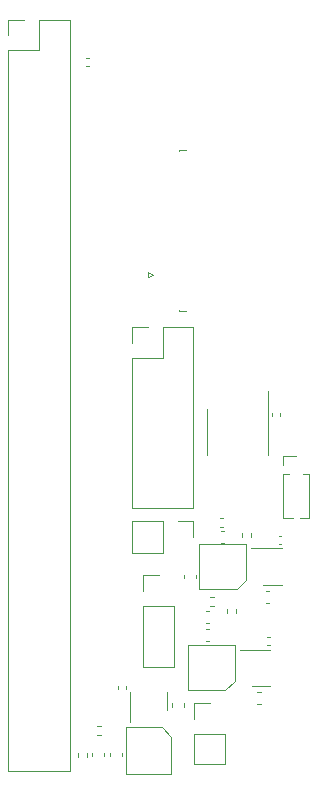
<source format=gbr>
%TF.GenerationSoftware,KiCad,Pcbnew,(6.0.4)*%
%TF.CreationDate,2023-05-30T00:11:29+09:00*%
%TF.ProjectId,BajieHeader,42616a69-6548-4656-9164-65722e6b6963,rev?*%
%TF.SameCoordinates,Original*%
%TF.FileFunction,Legend,Top*%
%TF.FilePolarity,Positive*%
%FSLAX46Y46*%
G04 Gerber Fmt 4.6, Leading zero omitted, Abs format (unit mm)*
G04 Created by KiCad (PCBNEW (6.0.4)) date 2023-05-30 00:11:29*
%MOMM*%
%LPD*%
G01*
G04 APERTURE LIST*
%ADD10C,0.120000*%
G04 APERTURE END LIST*
D10*
%TO.C,C15*%
X100298364Y-100258200D02*
X100514036Y-100258200D01*
X100298364Y-99538200D02*
X100514036Y-99538200D01*
%TO.C,R3*%
X94486759Y-104725200D02*
X94794041Y-104725200D01*
X94486759Y-105485200D02*
X94794041Y-105485200D01*
%TO.C,C16*%
X92276200Y-102856420D02*
X92276200Y-103137580D01*
X93296200Y-102856420D02*
X93296200Y-103137580D01*
%TO.C,C6*%
X87380401Y-112479435D02*
X87380401Y-112263763D01*
X86660401Y-112479435D02*
X86660401Y-112263763D01*
%TO.C,U2*%
X98806000Y-112278600D02*
X99606000Y-112278600D01*
X98806000Y-109158600D02*
X99606000Y-109158600D01*
X98806000Y-109158600D02*
X97006000Y-109158600D01*
X98806000Y-112278600D02*
X98006000Y-112278600D01*
%TO.C,U1*%
X87721000Y-113514600D02*
X87721000Y-112714600D01*
X87721000Y-113514600D02*
X87721000Y-115314600D01*
X90841000Y-113514600D02*
X90841000Y-114314600D01*
X90841000Y-113514600D02*
X90841000Y-112714600D01*
%TO.C,C7*%
X99333164Y-108818000D02*
X99548836Y-108818000D01*
X99333164Y-108098000D02*
X99548836Y-108098000D01*
%TO.C,J7*%
X88814600Y-110626200D02*
X91474600Y-110626200D01*
X91474600Y-105486200D02*
X91474600Y-110626200D01*
X88814600Y-105486200D02*
X91474600Y-105486200D01*
X88814600Y-104216200D02*
X88814600Y-102886200D01*
X88814600Y-105486200D02*
X88814600Y-110626200D01*
X88814600Y-102886200D02*
X90144600Y-102886200D01*
%TO.C,C4*%
X91285600Y-113727620D02*
X91285600Y-114008780D01*
X92305600Y-113727620D02*
X92305600Y-114008780D01*
%TO.C,J6*%
X102085330Y-98053200D02*
X102887800Y-98053200D01*
X100667800Y-92788200D02*
X101777800Y-92788200D01*
X100667800Y-94308200D02*
X100667800Y-98053200D01*
X102887800Y-94308200D02*
X102887800Y-98053200D01*
X100667800Y-94308200D02*
X101214329Y-94308200D01*
X100667800Y-98053200D02*
X101470270Y-98053200D01*
X102341271Y-94308200D02*
X102887800Y-94308200D01*
X100667800Y-93548200D02*
X100667800Y-92788200D01*
%TO.C,C17*%
X95669980Y-99159600D02*
X95388820Y-99159600D01*
X95669980Y-100179600D02*
X95388820Y-100179600D01*
%TO.C,R5*%
X95299559Y-97994200D02*
X95606841Y-97994200D01*
X95299559Y-98754200D02*
X95606841Y-98754200D01*
%TO.C,R6*%
X97206800Y-99312759D02*
X97206800Y-99620041D01*
X97966800Y-99312759D02*
X97966800Y-99620041D01*
%TO.C,C3*%
X99505380Y-105208800D02*
X99224220Y-105208800D01*
X99505380Y-104188800D02*
X99224220Y-104188800D01*
%TO.C,J1*%
X77405000Y-55825000D02*
X78735000Y-55825000D01*
X80005000Y-58425000D02*
X80005000Y-55825000D01*
X77405000Y-119445000D02*
X82605000Y-119445000D01*
X77405000Y-58425000D02*
X77405000Y-119445000D01*
X82605000Y-55825000D02*
X82605000Y-119445000D01*
X77405000Y-58425000D02*
X80005000Y-58425000D01*
X80005000Y-55825000D02*
X82605000Y-55825000D01*
X77405000Y-57155000D02*
X77405000Y-55825000D01*
%TO.C,R4*%
X95936800Y-105738959D02*
X95936800Y-106046241D01*
X96696800Y-105738959D02*
X96696800Y-106046241D01*
%TO.C,J3*%
X93069800Y-81855000D02*
X93069800Y-97215000D01*
X87869800Y-97215000D02*
X93069800Y-97215000D01*
X87869800Y-84455000D02*
X87869800Y-97215000D01*
X87869800Y-83185000D02*
X87869800Y-81855000D01*
X90469800Y-84455000D02*
X90469800Y-81855000D01*
X87869800Y-81855000D02*
X89199800Y-81855000D01*
X87869800Y-84455000D02*
X90469800Y-84455000D01*
X90469800Y-81855000D02*
X93069800Y-81855000D01*
%TO.C,C11*%
X84453001Y-117895219D02*
X84453001Y-118176379D01*
X85473001Y-117895219D02*
X85473001Y-118176379D01*
%TO.C,R2*%
X84936359Y-116381800D02*
X85243641Y-116381800D01*
X84936359Y-115621800D02*
X85243641Y-115621800D01*
%TO.C,C8*%
X99716000Y-89363436D02*
X99716000Y-89147764D01*
X100436000Y-89363436D02*
X100436000Y-89147764D01*
%TO.C,U4*%
X99745800Y-103718800D02*
X100545800Y-103718800D01*
X99745800Y-103718800D02*
X98945800Y-103718800D01*
X99745800Y-100598800D02*
X97945800Y-100598800D01*
X99745800Y-100598800D02*
X100545800Y-100598800D01*
%TO.C,C14*%
X84232636Y-59770600D02*
X84016964Y-59770600D01*
X84232636Y-59050600D02*
X84016964Y-59050600D01*
%TO.C,J5*%
X90474800Y-98288800D02*
X87874800Y-98288800D01*
X93074800Y-98288800D02*
X93074800Y-99618800D01*
X87874800Y-98288800D02*
X87874800Y-100948800D01*
X91744800Y-98288800D02*
X93074800Y-98288800D01*
X90474800Y-98288800D02*
X90474800Y-100948800D01*
X90474800Y-100948800D02*
X87874800Y-100948800D01*
%TO.C,C5*%
X98768780Y-112748600D02*
X98487620Y-112748600D01*
X98768780Y-113768600D02*
X98487620Y-113768600D01*
%TO.C,L1*%
X87381000Y-119731000D02*
X87381000Y-115731000D01*
X87381000Y-115731000D02*
X90381000Y-115731000D01*
X91181000Y-119731000D02*
X87381000Y-119731000D01*
X91181000Y-116531000D02*
X91181000Y-119731000D01*
X90381000Y-115731000D02*
X91181000Y-116531000D01*
%TO.C,C12*%
X94425381Y-105890599D02*
X94144221Y-105890599D01*
X94425381Y-106910599D02*
X94144221Y-106910599D01*
%TO.C,L3*%
X97529400Y-100258800D02*
X97529400Y-103258800D01*
X97529400Y-103258800D02*
X96729400Y-104058800D01*
X93529400Y-104058800D02*
X93529400Y-100258800D01*
X96729400Y-104058800D02*
X93529400Y-104058800D01*
X93529400Y-100258800D02*
X97529400Y-100258800D01*
%TO.C,C10*%
X94425381Y-108460000D02*
X94144221Y-108460000D01*
X94425381Y-107440000D02*
X94144221Y-107440000D01*
%TO.C,R1*%
X83287600Y-118265640D02*
X83287600Y-117958358D01*
X84047600Y-118265640D02*
X84047600Y-117958358D01*
%TO.C,C9*%
X86002400Y-117895219D02*
X86002400Y-118176379D01*
X87022400Y-117895219D02*
X87022400Y-118176379D01*
%TO.C,J4*%
X93132600Y-116281200D02*
X95792600Y-116281200D01*
X93132600Y-118881200D02*
X95792600Y-118881200D01*
X93132600Y-115011200D02*
X93132600Y-113681200D01*
X95792600Y-116281200D02*
X95792600Y-118881200D01*
X93132600Y-116281200D02*
X93132600Y-118881200D01*
X93132600Y-113681200D02*
X94462600Y-113681200D01*
%TO.C,L2*%
X95789600Y-112618600D02*
X92589600Y-112618600D01*
X96589600Y-111818600D02*
X95789600Y-112618600D01*
X92589600Y-112618600D02*
X92589600Y-108818600D01*
X92589600Y-108818600D02*
X96589600Y-108818600D01*
X96589600Y-108818600D02*
X96589600Y-111818600D01*
%TO.C,U3*%
X99384800Y-90754200D02*
X99384800Y-92704200D01*
X99384800Y-90754200D02*
X99384800Y-87304200D01*
X94264800Y-90754200D02*
X94264800Y-92704200D01*
X94264800Y-90754200D02*
X94264800Y-88804200D01*
%TO.C,J2*%
X89639000Y-77410000D02*
X89239000Y-77210000D01*
X91829000Y-66835000D02*
X92429000Y-66835000D01*
X89239000Y-77610000D02*
X89639000Y-77410000D01*
X91829000Y-80485000D02*
X92429000Y-80485000D01*
X91829000Y-80375000D02*
X91829000Y-80485000D01*
X91829000Y-66945000D02*
X91829000Y-66835000D01*
X89239000Y-77210000D02*
X89239000Y-77610000D01*
%TD*%
M02*

</source>
